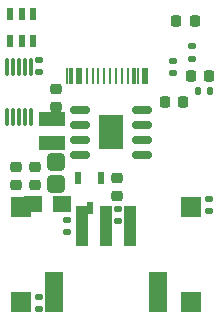
<source format=gtp>
G04 #@! TF.GenerationSoftware,KiCad,Pcbnew,7.0.1-0*
G04 #@! TF.CreationDate,2024-01-29T00:44:29+01:00*
G04 #@! TF.ProjectId,Smart_Lamps,536d6172-745f-44c6-916d-70732e6b6963,rev?*
G04 #@! TF.SameCoordinates,Original*
G04 #@! TF.FileFunction,Paste,Top*
G04 #@! TF.FilePolarity,Positive*
%FSLAX46Y46*%
G04 Gerber Fmt 4.6, Leading zero omitted, Abs format (unit mm)*
G04 Created by KiCad (PCBNEW 7.0.1-0) date 2024-01-29 00:44:29*
%MOMM*%
%LPD*%
G01*
G04 APERTURE LIST*
G04 Aperture macros list*
%AMRoundRect*
0 Rectangle with rounded corners*
0 $1 Rounding radius*
0 $2 $3 $4 $5 $6 $7 $8 $9 X,Y pos of 4 corners*
0 Add a 4 corners polygon primitive as box body*
4,1,4,$2,$3,$4,$5,$6,$7,$8,$9,$2,$3,0*
0 Add four circle primitives for the rounded corners*
1,1,$1+$1,$2,$3*
1,1,$1+$1,$4,$5*
1,1,$1+$1,$6,$7*
1,1,$1+$1,$8,$9*
0 Add four rect primitives between the rounded corners*
20,1,$1+$1,$2,$3,$4,$5,0*
20,1,$1+$1,$4,$5,$6,$7,0*
20,1,$1+$1,$6,$7,$8,$9,0*
20,1,$1+$1,$8,$9,$2,$3,0*%
G04 Aperture macros list end*
%ADD10RoundRect,0.225000X0.250000X-0.225000X0.250000X0.225000X-0.250000X0.225000X-0.250000X-0.225000X0*%
%ADD11RoundRect,0.135000X-0.135000X-0.185000X0.135000X-0.185000X0.135000X0.185000X-0.135000X0.185000X0*%
%ADD12R,0.600000X1.070000*%
%ADD13R,1.800000X1.800000*%
%ADD14RoundRect,0.135000X0.185000X-0.135000X0.185000X0.135000X-0.185000X0.135000X-0.185000X-0.135000X0*%
%ADD15RoundRect,0.225000X-0.250000X0.225000X-0.250000X-0.225000X0.250000X-0.225000X0.250000X0.225000X0*%
%ADD16RoundRect,0.135000X-0.185000X0.135000X-0.185000X-0.135000X0.185000X-0.135000X0.185000X0.135000X0*%
%ADD17RoundRect,0.225000X0.225000X0.250000X-0.225000X0.250000X-0.225000X-0.250000X0.225000X-0.250000X0*%
%ADD18RoundRect,0.381000X-0.390500X-0.381000X0.390500X-0.381000X0.390500X0.381000X-0.390500X0.381000X0*%
%ADD19R,2.200000X1.200000*%
%ADD20RoundRect,0.150000X0.675000X0.150000X-0.675000X0.150000X-0.675000X-0.150000X0.675000X-0.150000X0*%
%ADD21R,2.043000X3.000000*%
%ADD22O,0.280000X1.620000*%
%ADD23RoundRect,0.225000X-0.225000X-0.250000X0.225000X-0.250000X0.225000X0.250000X-0.225000X0.250000X0*%
%ADD24R,0.530000X1.070000*%
%ADD25R,0.250000X1.450000*%
%ADD26R,0.300000X1.450000*%
%ADD27R,1.500000X3.400000*%
%ADD28R,1.000000X3.500000*%
%ADD29R,1.500000X1.360000*%
G04 APERTURE END LIST*
D10*
X132100000Y-116725000D03*
X132100000Y-115175000D03*
D11*
X145900000Y-108800000D03*
X146920000Y-108800000D03*
D12*
X137650000Y-116160000D03*
X135750000Y-116160000D03*
X136700000Y-118640000D03*
D13*
X145300000Y-126600000D03*
X145300000Y-118600000D03*
D14*
X146800000Y-118910000D03*
X146800000Y-117890000D03*
D15*
X133850000Y-108575000D03*
X133850000Y-110125000D03*
D16*
X132400000Y-106140000D03*
X132400000Y-107160000D03*
D17*
X145600000Y-102850000D03*
X144050000Y-102850000D03*
D18*
X133900000Y-114800000D03*
X133900000Y-116600000D03*
D16*
X145350000Y-104990000D03*
X145350000Y-106010000D03*
X134800000Y-119640000D03*
X134800000Y-120660000D03*
D19*
X133500000Y-113150000D03*
X133500000Y-111090000D03*
D20*
X141150000Y-114160000D03*
X141150000Y-112890000D03*
X141150000Y-111620000D03*
X141150000Y-110350000D03*
X135900000Y-110350000D03*
X135900000Y-111620000D03*
X135900000Y-112890000D03*
X135900000Y-114160000D03*
D21*
X138525000Y-112255000D03*
D14*
X139100000Y-119800000D03*
X139100000Y-118780000D03*
X132400000Y-127210000D03*
X132400000Y-126190000D03*
D22*
X129700000Y-110920000D03*
X130200000Y-110920000D03*
X130700000Y-110920000D03*
X131200000Y-110920000D03*
X131700000Y-110920000D03*
X131700000Y-106700000D03*
X131200000Y-106700000D03*
X130700000Y-106700000D03*
X130200000Y-106700000D03*
X129700000Y-106700000D03*
D17*
X144625000Y-109650000D03*
X143075000Y-109650000D03*
D13*
X130900000Y-126600000D03*
X130900000Y-118600000D03*
D10*
X130500000Y-116725000D03*
X130500000Y-115175000D03*
X139050000Y-117650000D03*
X139050000Y-116100000D03*
D23*
X145250000Y-107450000D03*
X146800000Y-107450000D03*
D24*
X131900000Y-102200000D03*
X130950000Y-102200000D03*
X130000000Y-102200000D03*
X130000000Y-104500000D03*
X130950000Y-104500000D03*
X131900000Y-104500000D03*
D16*
X143800000Y-106190000D03*
X143800000Y-107210000D03*
D25*
X141575000Y-107500000D03*
X140775000Y-107500000D03*
X139450000Y-107500000D03*
X138450000Y-107500000D03*
X137950000Y-107500000D03*
X136950000Y-107500000D03*
X135625000Y-107500000D03*
X134825000Y-107500000D03*
D26*
X135100000Y-107500000D03*
X135900000Y-107500000D03*
D25*
X136450000Y-107500000D03*
X137450000Y-107500000D03*
X138950000Y-107500000D03*
X139950000Y-107500000D03*
D26*
X140500000Y-107500000D03*
X141300000Y-107500000D03*
D27*
X142530000Y-125770000D03*
X133670000Y-125770000D03*
D28*
X136100000Y-120230000D03*
X138100000Y-120230000D03*
X140100000Y-120230000D03*
D29*
X134350000Y-118350000D03*
X131950000Y-118350000D03*
M02*

</source>
